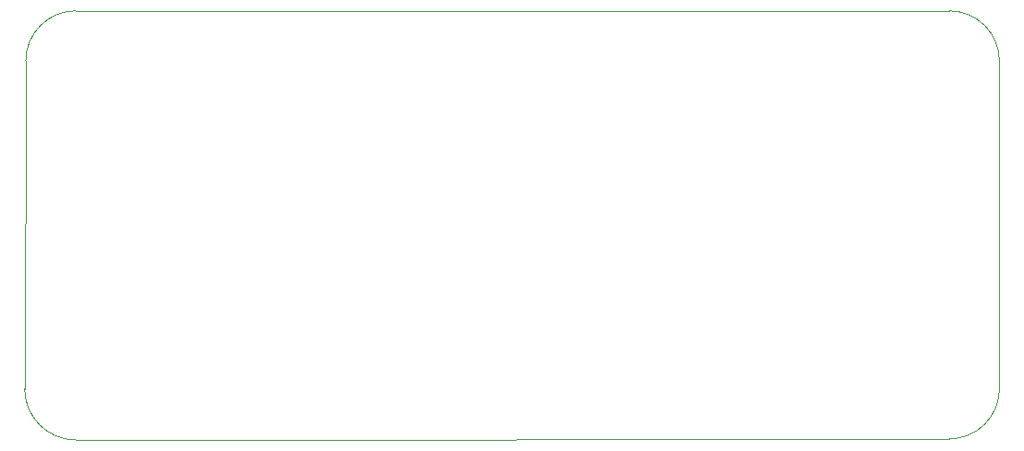
<source format=gbr>
%TF.GenerationSoftware,KiCad,Pcbnew,9.0.4*%
%TF.CreationDate,2025-09-17T13:52:31+02:00*%
%TF.ProjectId,switching_psu,73776974-6368-4696-9e67-5f7073752e6b,rev?*%
%TF.SameCoordinates,Original*%
%TF.FileFunction,Profile,NP*%
%FSLAX46Y46*%
G04 Gerber Fmt 4.6, Leading zero omitted, Abs format (unit mm)*
G04 Created by KiCad (PCBNEW 9.0.4) date 2025-09-17 13:52:31*
%MOMM*%
%LPD*%
G01*
G04 APERTURE LIST*
%TA.AperFunction,Profile*%
%ADD10C,0.050000*%
%TD*%
G04 APERTURE END LIST*
D10*
X189849354Y-109899000D02*
X189849354Y-79799000D01*
X100649354Y-79799000D02*
G75*
G02*
X105249354Y-75198954I4600046J0D01*
G01*
X185249354Y-75199000D02*
G75*
G02*
X189849400Y-79799000I46J-4600000D01*
G01*
X105249354Y-114599000D02*
G75*
G02*
X100549400Y-109899000I46J4700000D01*
G01*
X185249354Y-75199000D02*
X105249354Y-75199000D01*
X189849354Y-109899000D02*
G75*
G02*
X185249354Y-114498954I-4599954J0D01*
G01*
X105249354Y-114599000D02*
X185249354Y-114499000D01*
X100649354Y-79799000D02*
X100549354Y-109899000D01*
M02*

</source>
